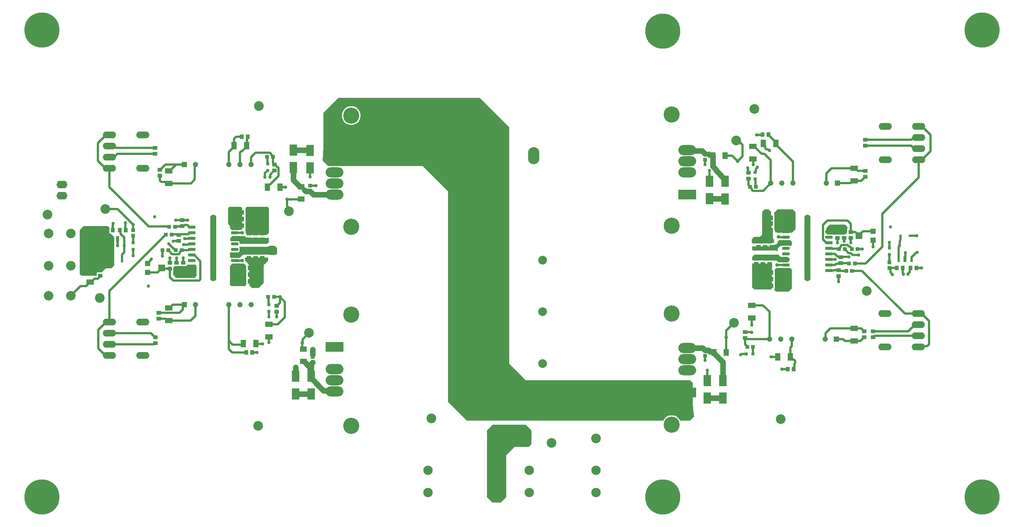
<source format=gtl>
G04*
G04 #@! TF.GenerationSoftware,Altium Limited,Altium Designer,21.1.1 (26)*
G04*
G04 Layer_Physical_Order=1*
G04 Layer_Color=255*
%FSLAX25Y25*%
%MOIN*%
G70*
G04*
G04 #@! TF.SameCoordinates,3677F01D-BDC3-49B7-9324-C1A4C2B8551F*
G04*
G04*
G04 #@! TF.FilePolarity,Positive*
G04*
G01*
G75*
%ADD21R,0.03937X0.03543*%
%ADD22R,0.03740X0.03347*%
%ADD23R,0.03347X0.03740*%
%ADD24R,0.03543X0.03937*%
G04:AMPARAMS|DCode=25|XSize=23.62mil|YSize=64.96mil|CornerRadius=2.01mil|HoleSize=0mil|Usage=FLASHONLY|Rotation=270.000|XOffset=0mil|YOffset=0mil|HoleType=Round|Shape=RoundedRectangle|*
%AMROUNDEDRECTD25*
21,1,0.02362,0.06095,0,0,270.0*
21,1,0.01961,0.06496,0,0,270.0*
1,1,0.00402,-0.03047,-0.00980*
1,1,0.00402,-0.03047,0.00980*
1,1,0.00402,0.03047,0.00980*
1,1,0.00402,0.03047,-0.00980*
%
%ADD25ROUNDEDRECTD25*%
%ADD26R,0.06693X0.09843*%
%ADD27R,0.07087X0.05118*%
%ADD28R,0.05118X0.07087*%
%ADD29R,0.03150X0.03150*%
%ADD30R,0.02244X0.05512*%
%ADD31R,0.04724X0.04724*%
%ADD32R,0.05906X0.06299*%
%ADD33R,0.03150X0.03150*%
%ADD34R,0.01968X0.01968*%
%ADD35R,0.06496X0.04724*%
%ADD36R,0.04724X0.06496*%
%ADD46R,0.02559X0.05512*%
%ADD55R,0.15984X0.09016*%
%ADD56O,0.15984X0.09016*%
%ADD63C,0.07874*%
%ADD71C,0.02000*%
%ADD72C,0.05000*%
%ADD73O,0.12000X0.06000*%
%ADD74C,0.08700*%
%ADD75C,0.31496*%
%ADD76C,0.14512*%
%ADD77C,0.08563*%
%ADD78C,0.07087*%
%ADD79O,0.10236X0.15354*%
%ADD80C,0.04842*%
%ADD81R,0.04842X0.04842*%
%ADD82C,0.08445*%
%ADD83O,0.09843X0.06890*%
%ADD84O,0.05500X0.60000*%
%ADD85C,0.03000*%
%ADD86C,0.03200*%
G36*
X200000Y287500D02*
Y268500D01*
X199209Y267709D01*
X198869Y267800D01*
X198131D01*
X197419Y267609D01*
X197230Y267500D01*
X191000D01*
X189000Y269500D01*
Y271500D01*
X187500Y273000D01*
Y287500D01*
X188500Y288500D01*
X199000D01*
X200000Y287500D01*
D02*
G37*
G36*
X224000D02*
Y265000D01*
X222000Y263000D01*
X205000D01*
X203000Y265000D01*
Y287500D01*
X204000Y288500D01*
X223000D01*
X224000Y287500D01*
D02*
G37*
G36*
X202832Y261564D02*
Y261528D01*
X202867D01*
X203198Y261198D01*
X204025Y260645D01*
X205000Y260451D01*
X222000D01*
X222975Y260645D01*
X223203Y260797D01*
X224000Y260000D01*
Y256500D01*
X222500Y255000D01*
X197668D01*
Y255980D01*
X197560Y256527D01*
X197250Y256990D01*
X196787Y257300D01*
X196240Y257408D01*
X190146D01*
X190000Y257380D01*
X189500Y257789D01*
Y260500D01*
X191000Y262000D01*
X202395D01*
X202832Y261564D01*
D02*
G37*
G36*
X231500Y251500D02*
Y246500D01*
X230000Y245000D01*
X224933D01*
X224476Y245306D01*
X223500Y245500D01*
X202500D01*
X201524Y245306D01*
X201067Y245000D01*
X200500D01*
X198300Y242800D01*
X198131D01*
X197419Y242609D01*
X197230Y242500D01*
X190000D01*
X189000Y243500D01*
Y247499D01*
X189500Y247766D01*
X189599Y247700D01*
X190146Y247591D01*
X196240D01*
X196787Y247700D01*
X197250Y248010D01*
X197560Y248473D01*
X197668Y249020D01*
Y250980D01*
X197560Y251527D01*
X197250Y251990D01*
X197177Y252039D01*
X197372Y252510D01*
X197668Y252451D01*
X222500D01*
X223476Y252645D01*
X224302Y253198D01*
X224605Y253500D01*
X229500D01*
X231500Y251500D01*
D02*
G37*
G36*
X203686Y235314D02*
Y230331D01*
Y224331D01*
Y218332D01*
X203686Y218332D01*
X203686D01*
X203440Y217940D01*
X202500Y217000D01*
X190500D01*
X189000Y218500D01*
Y235500D01*
X191000Y237500D01*
X199258D01*
X199631Y237400D01*
X200369D01*
X200742Y237500D01*
X201500D01*
X203686Y235314D01*
D02*
G37*
G36*
X80686Y269814D02*
Y264332D01*
X82169D01*
X85000Y261500D01*
Y235500D01*
X82500Y233000D01*
X77500D01*
X73914Y229414D01*
X69231D01*
Y226500D01*
X55500D01*
X54000Y228000D01*
Y267500D01*
X57500Y271000D01*
X79500D01*
X80686Y269814D01*
D02*
G37*
G36*
X159000Y235500D02*
Y226500D01*
X157000Y224500D01*
X140000D01*
Y225500D01*
X138000Y227500D01*
Y229871D01*
X138169D01*
Y233668D01*
X139000Y234500D01*
Y235186D01*
X150169D01*
Y235668D01*
X151000Y236500D01*
X158000D01*
X159000Y235500D01*
D02*
G37*
G36*
X223481Y242905D02*
X223500Y242892D01*
Y240000D01*
X219500Y236000D01*
Y220000D01*
X215000Y215500D01*
X209000D01*
X206224Y218276D01*
X206235Y218332D01*
Y224331D01*
Y230331D01*
Y235314D01*
X206041Y236290D01*
X205488Y237117D01*
X203302Y239302D01*
X202756Y239667D01*
X202800Y239831D01*
Y240569D01*
X202609Y241281D01*
X202500Y241470D01*
Y242892D01*
X202519Y242905D01*
X202751Y242951D01*
X223249D01*
X223481Y242905D01*
D02*
G37*
G36*
X697500Y283500D02*
Y268000D01*
X697000D01*
X694000Y265000D01*
X681000D01*
X678314Y267686D01*
Y270332D01*
Y275331D01*
Y281668D01*
X678000D01*
Y283000D01*
X681000Y286000D01*
X695000D01*
X697500Y283500D01*
D02*
G37*
G36*
X744000Y270500D02*
Y268787D01*
X743831D01*
Y265332D01*
X742000Y263500D01*
X726000D01*
X725000Y264500D01*
Y269500D01*
X728000Y272500D01*
X742000D01*
X744000Y270500D01*
D02*
G37*
G36*
X675625Y283875D02*
X675451Y283000D01*
Y281668D01*
X675645Y280693D01*
X675765Y280513D01*
Y275331D01*
Y270332D01*
Y267686D01*
X675959Y266710D01*
X676512Y265883D01*
X677000Y265395D01*
Y256500D01*
X676000Y255500D01*
X659000D01*
X658000Y256500D01*
Y259500D01*
X660000Y261500D01*
X665500D01*
X667500Y263500D01*
Y284000D01*
X669500Y286000D01*
X673500D01*
X675625Y283875D01*
D02*
G37*
G36*
X694000Y257000D02*
Y254500D01*
X692640Y253140D01*
X692401Y253300D01*
X691854Y253409D01*
X685760D01*
X685213Y253300D01*
X684765Y253000D01*
X683500D01*
X681500Y251000D01*
Y249000D01*
X681000Y248500D01*
X680500Y249000D01*
X659500D01*
X658500Y250000D01*
Y252541D01*
X659000Y252951D01*
X676000D01*
X676975Y253145D01*
X677802Y253698D01*
X678605Y254500D01*
X680000D01*
X681500Y256000D01*
Y257500D01*
X682500Y258500D01*
X692500D01*
X694000Y257000D01*
D02*
G37*
G36*
X684000Y243500D02*
X690500D01*
X691500Y242500D01*
Y239500D01*
X690500Y238500D01*
X682548D01*
X682513Y238535D01*
X681875Y238903D01*
X681495Y239005D01*
X680500Y240000D01*
X677169D01*
D01*
Y240157D01*
X659594D01*
X659384Y240199D01*
X659301D01*
X658500Y241000D01*
Y243500D01*
X660000Y245000D01*
Y245500D01*
X682000D01*
X684000Y243500D01*
D02*
G37*
G36*
X694000Y232000D02*
Y215000D01*
X691000Y212000D01*
X680000D01*
X678500Y213500D01*
Y214332D01*
D01*
X678657D01*
Y220669D01*
Y226331D01*
Y232249D01*
X678707Y232500D01*
X679000D01*
X680000Y233500D01*
X680403D01*
X680426Y233494D01*
X681163D01*
X681185Y233500D01*
X692500D01*
X694000Y232000D01*
D02*
G37*
G36*
X659343Y237608D02*
X676381D01*
X676395Y237605D01*
X676500Y237500D01*
Y233772D01*
X676302Y233475D01*
X676108Y232500D01*
Y226331D01*
Y220332D01*
Y215119D01*
X676105Y215105D01*
X674500Y213500D01*
X674000Y214000D01*
X660500D01*
X658500Y216000D01*
Y237381D01*
X658886Y237699D01*
X659343Y237608D01*
D02*
G37*
G36*
X440000Y360000D02*
Y147500D01*
X455000Y132500D01*
X602500D01*
X605000Y130000D01*
Y110000D01*
X606000Y100500D01*
X606500Y100000D01*
X602500Y96000D01*
X593703D01*
X593494Y96505D01*
X592568Y97890D01*
X591390Y99068D01*
X590005Y99993D01*
X588467Y100631D01*
X586833Y100956D01*
X585167D01*
X583533Y100631D01*
X581995Y99993D01*
X580610Y99068D01*
X579432Y97890D01*
X578507Y96505D01*
X578297Y96000D01*
X402000D01*
X385000Y113000D01*
Y302500D01*
X362500Y325000D01*
X288122D01*
X287974Y325061D01*
X286484Y325257D01*
X279516D01*
X278026Y325061D01*
X277878Y325000D01*
X277500D01*
X272500Y330000D01*
X273000Y341500D01*
Y373000D01*
X286500Y386500D01*
X413500D01*
X440000Y360000D01*
D02*
G37*
G36*
X460000Y87500D02*
Y75000D01*
X457500Y72500D01*
X445000D01*
X437500Y65000D01*
Y27500D01*
X432500Y22500D01*
X425000D01*
X420000Y27500D01*
Y80000D01*
X420500Y80500D01*
X420000Y81000D01*
Y87500D01*
X425000Y92500D01*
X455000D01*
X460000Y87500D01*
D02*
G37*
%LPC*%
G36*
X298833Y378956D02*
X297167D01*
X295533Y378631D01*
X293995Y377993D01*
X292610Y377068D01*
X291432Y375890D01*
X290507Y374505D01*
X289869Y372967D01*
X289544Y371333D01*
Y369667D01*
X289869Y368034D01*
X290507Y366495D01*
X291432Y365110D01*
X292610Y363932D01*
X293995Y363006D01*
X295533Y362369D01*
X297167Y362044D01*
X298833D01*
X300466Y362369D01*
X302005Y363006D01*
X303390Y363932D01*
X304568Y365110D01*
X305493Y366495D01*
X306131Y368034D01*
X306456Y369667D01*
Y371333D01*
X306131Y372967D01*
X305493Y374505D01*
X304568Y375890D01*
X303390Y377068D01*
X302005Y377993D01*
X300466Y378631D01*
X298833Y378956D01*
D02*
G37*
%LPD*%
D21*
X760000Y343400D02*
D03*
Y348715D02*
D03*
X736000Y226185D02*
D03*
Y231500D02*
D03*
X652000Y170500D02*
D03*
Y175815D02*
D03*
X766900Y176315D02*
D03*
Y171000D02*
D03*
X760000Y315500D02*
D03*
Y320815D02*
D03*
X655000Y313843D02*
D03*
Y319158D02*
D03*
X759000Y171185D02*
D03*
Y176500D02*
D03*
X735000Y265815D02*
D03*
Y260500D02*
D03*
X741000Y265815D02*
D03*
Y260500D02*
D03*
X664000Y252500D02*
D03*
Y257815D02*
D03*
X670000Y252500D02*
D03*
Y257815D02*
D03*
X676000Y252500D02*
D03*
Y257815D02*
D03*
X747000Y265815D02*
D03*
Y260500D02*
D03*
X738000Y237842D02*
D03*
Y243158D02*
D03*
X662000Y237185D02*
D03*
Y242500D02*
D03*
X668000Y237185D02*
D03*
Y242500D02*
D03*
X674000Y237185D02*
D03*
Y242500D02*
D03*
X122000Y165685D02*
D03*
Y171000D02*
D03*
X72400Y226443D02*
D03*
Y231757D02*
D03*
X231000Y194185D02*
D03*
Y199500D02*
D03*
X126000Y316500D02*
D03*
Y321815D02*
D03*
X229000Y321004D02*
D03*
Y326319D02*
D03*
X146000Y276500D02*
D03*
X143000Y257842D02*
D03*
X135000Y238158D02*
D03*
X141000D02*
D03*
X147000D02*
D03*
X125000Y187843D02*
D03*
Y193157D02*
D03*
X141000Y232842D02*
D03*
X147000D02*
D03*
X135000D02*
D03*
X143000Y263158D02*
D03*
X146000Y271185D02*
D03*
X218000Y242500D02*
D03*
Y247815D02*
D03*
X212000Y242500D02*
D03*
Y247815D02*
D03*
X206000Y242500D02*
D03*
Y247815D02*
D03*
Y259185D02*
D03*
Y264500D02*
D03*
X212000Y259185D02*
D03*
Y264500D02*
D03*
X218000Y259185D02*
D03*
Y264500D02*
D03*
X121800Y341415D02*
D03*
Y336100D02*
D03*
D22*
X263500Y148441D02*
D03*
Y153559D02*
D03*
X261000Y302382D02*
D03*
Y307500D02*
D03*
X781800Y238518D02*
D03*
Y233400D02*
D03*
X102000Y267618D02*
D03*
Y262500D02*
D03*
X616000Y154500D02*
D03*
Y159618D02*
D03*
Y330941D02*
D03*
Y336059D02*
D03*
D23*
X736441Y250500D02*
D03*
X741559D02*
D03*
X753118D02*
D03*
X748000D02*
D03*
Y230842D02*
D03*
X742882D02*
D03*
X750559Y237500D02*
D03*
X745441D02*
D03*
X659118Y162500D02*
D03*
X654000D02*
D03*
X661559Y306500D02*
D03*
X656441D02*
D03*
X227559Y333500D02*
D03*
X222441D02*
D03*
X128441Y249500D02*
D03*
X133559D02*
D03*
X145559D02*
D03*
X140441D02*
D03*
X131441Y263500D02*
D03*
X136559D02*
D03*
X134441Y270500D02*
D03*
X139559D02*
D03*
X228559Y207500D02*
D03*
X223441D02*
D03*
D24*
X793800Y233400D02*
D03*
X788485D02*
D03*
X800800D02*
D03*
X806115D02*
D03*
X690343Y142500D02*
D03*
X695657D02*
D03*
X667685Y353500D02*
D03*
X673000D02*
D03*
X675343Y273500D02*
D03*
X680657D02*
D03*
X675343Y278500D02*
D03*
X680657D02*
D03*
X675343Y267500D02*
D03*
X680657D02*
D03*
X681000Y217500D02*
D03*
X675685D02*
D03*
X681000Y223500D02*
D03*
X675685D02*
D03*
X681000Y229500D02*
D03*
X675685D02*
D03*
X203685Y157500D02*
D03*
X209000D02*
D03*
X199685Y351500D02*
D03*
X205000D02*
D03*
X83657Y267500D02*
D03*
X95315D02*
D03*
X78342D02*
D03*
X90000D02*
D03*
X201343Y221500D02*
D03*
X206658D02*
D03*
X201343Y227500D02*
D03*
X206658D02*
D03*
X201343Y233500D02*
D03*
X206658D02*
D03*
X205315Y271500D02*
D03*
X200000D02*
D03*
X205315Y283500D02*
D03*
X200000D02*
D03*
X205315Y277500D02*
D03*
X200000D02*
D03*
D25*
X727193Y246000D02*
D03*
X688807Y266000D02*
D03*
Y261000D02*
D03*
Y256000D02*
D03*
Y251000D02*
D03*
Y246000D02*
D03*
Y241000D02*
D03*
Y236000D02*
D03*
Y231000D02*
D03*
X727193Y266000D02*
D03*
Y261000D02*
D03*
Y256000D02*
D03*
Y251000D02*
D03*
Y241000D02*
D03*
Y236000D02*
D03*
Y231000D02*
D03*
X154807Y255000D02*
D03*
X193193Y235000D02*
D03*
Y240000D02*
D03*
Y245000D02*
D03*
Y250000D02*
D03*
Y255000D02*
D03*
Y260000D02*
D03*
Y265000D02*
D03*
Y270000D02*
D03*
X154807Y235000D02*
D03*
Y240000D02*
D03*
Y245000D02*
D03*
Y250000D02*
D03*
Y260000D02*
D03*
Y265000D02*
D03*
Y270000D02*
D03*
D26*
X262000Y120252D02*
D03*
Y136000D02*
D03*
X248000Y120252D02*
D03*
Y136000D02*
D03*
X634000Y295626D02*
D03*
Y311374D02*
D03*
X261000Y339248D02*
D03*
Y323500D02*
D03*
X246000Y339500D02*
D03*
Y323752D02*
D03*
X632000Y132248D02*
D03*
Y116500D02*
D03*
X618000Y132248D02*
D03*
Y116500D02*
D03*
X620000Y311500D02*
D03*
Y295752D02*
D03*
D27*
X750000Y179209D02*
D03*
Y167791D02*
D03*
X658000Y188500D02*
D03*
Y199917D02*
D03*
X750000Y311791D02*
D03*
Y323209D02*
D03*
X659000Y331500D02*
D03*
Y342917D02*
D03*
X224000Y171500D02*
D03*
Y182917D02*
D03*
X134000Y320917D02*
D03*
Y309500D02*
D03*
X63250Y232209D02*
D03*
Y220791D02*
D03*
X134000Y186083D02*
D03*
Y197500D02*
D03*
D28*
X692709Y153500D02*
D03*
X681291D02*
D03*
X679709Y345500D02*
D03*
X668291D02*
D03*
X212417Y165500D02*
D03*
X201000D02*
D03*
X204000Y343500D02*
D03*
X192583D02*
D03*
X222583Y306000D02*
D03*
X234000D02*
D03*
D29*
X653094Y156000D02*
D03*
X659000D02*
D03*
D30*
X789894Y241593D02*
D03*
X801705D02*
D03*
X82095Y259307D02*
D03*
X93906D02*
D03*
D31*
X767000Y266500D02*
D03*
Y258626D02*
D03*
X114913Y237437D02*
D03*
Y229563D02*
D03*
D32*
X754205Y262563D02*
D03*
X127709Y233500D02*
D03*
D33*
X781800Y251306D02*
D03*
Y245400D02*
D03*
X661000Y319406D02*
D03*
Y313500D02*
D03*
X224000Y200453D02*
D03*
Y194547D02*
D03*
X223000Y327102D02*
D03*
Y321197D02*
D03*
X102000Y256059D02*
D03*
Y250153D02*
D03*
D34*
X791666Y262400D02*
D03*
X799934D02*
D03*
X83866Y239500D02*
D03*
X92134D02*
D03*
D35*
X253000Y306500D02*
D03*
Y295476D02*
D03*
X255000Y160524D02*
D03*
Y149500D02*
D03*
D36*
X634024Y334500D02*
D03*
X623000D02*
D03*
X635000Y157500D02*
D03*
X623976D02*
D03*
D46*
X795800Y241593D02*
D03*
X88000Y259307D02*
D03*
D55*
X600000Y299500D02*
D03*
Y121500D02*
D03*
X283000Y339500D02*
D03*
Y162500D02*
D03*
D56*
X600000Y329500D02*
D03*
Y339500D02*
D03*
Y319500D02*
D03*
Y151500D02*
D03*
Y161500D02*
D03*
Y141500D02*
D03*
X283000Y319500D02*
D03*
Y299500D02*
D03*
Y309500D02*
D03*
Y142500D02*
D03*
Y122500D02*
D03*
Y132500D02*
D03*
D63*
X410945Y240500D02*
D03*
X470000D02*
D03*
X410945Y147500D02*
D03*
X470000D02*
D03*
X410945Y194000D02*
D03*
X470000D02*
D03*
D71*
X80800Y306000D02*
Y323200D01*
Y306000D02*
X116100Y270700D01*
X134044D01*
X77000Y286500D02*
X88000D01*
X95157Y267657D02*
X95315Y267500D01*
X95000Y274000D02*
X95157Y273843D01*
X102000Y267618D02*
Y272500D01*
X95157Y267657D02*
Y273843D01*
X88000Y286500D02*
X102000Y272500D01*
X83657Y272887D02*
X84000Y273229D01*
X83657Y267500D02*
Y272887D01*
X84000Y273229D02*
Y273500D01*
X134044Y270700D02*
X134441Y270303D01*
Y270500D01*
X77072Y323200D02*
X80800D01*
X67189Y223746D02*
X70260D01*
X71431Y224918D01*
Y225671D02*
X72261Y226500D01*
X71431Y224918D02*
Y225671D01*
X72261Y226500D02*
X73053D01*
X766900Y176315D02*
X798641D01*
X804700Y182374D01*
X807700D01*
X768471Y172374D02*
X807700D01*
X767097Y171000D02*
X768471Y172374D01*
X766900Y171000D02*
X767097D01*
X808465Y163139D02*
X815539D01*
X817200Y164800D01*
X807700Y162374D02*
X808465Y163139D01*
X817200Y164800D02*
Y185874D01*
X807700Y192374D02*
X810700D01*
X817200Y185874D01*
X748000Y230842D02*
X757158D01*
X795626Y192374D01*
X807700D01*
X807900Y314700D02*
Y330774D01*
X775400Y282200D02*
X807900Y314700D01*
X775400Y252500D02*
Y282200D01*
X760400Y237500D02*
X775400Y252500D01*
X750559Y237500D02*
X760400D01*
X790991Y253591D02*
Y257862D01*
X795800Y241593D02*
X795850Y241643D01*
Y247150D02*
X795900Y247200D01*
X790991Y257862D02*
X791666Y258537D01*
X795850Y241643D02*
Y247150D01*
X790800Y253400D02*
X790991Y253591D01*
X781800Y251306D02*
Y256400D01*
X791666Y258537D02*
Y262400D01*
X766950Y258576D02*
X767000Y258626D01*
X766950Y252450D02*
Y258576D01*
X766900Y252400D02*
X766950Y252450D01*
X801758Y348715D02*
X803818Y350774D01*
X807900D01*
X760000Y348715D02*
X801758D01*
X803818Y340774D02*
X807900D01*
X760000Y343400D02*
X801192D01*
X803818Y340774D01*
X807900Y330774D02*
X810900D01*
X818700Y338574D01*
Y352974D01*
X810900Y360774D02*
X818700Y352974D01*
X807900Y360774D02*
X810900D01*
X806115Y233400D02*
X810800D01*
X781997D02*
X788485D01*
X800028Y232628D02*
X800800Y233400D01*
X798300Y227900D02*
Y228171D01*
X800028Y229899D01*
X799934Y262400D02*
X806300D01*
X789894Y241593D02*
Y252224D01*
X781800Y238518D02*
Y245400D01*
X801705Y243227D02*
X805687Y247209D01*
X782670Y229300D02*
X784300Y227671D01*
X782670Y229300D02*
Y232727D01*
X805687Y247209D02*
X806609D01*
X800028Y229899D02*
Y232628D01*
X793800Y228671D02*
X794300Y228171D01*
X793800Y228671D02*
Y233400D01*
X794300Y227900D02*
Y228171D01*
X784300Y227400D02*
Y227671D01*
X781800Y233400D02*
X781997D01*
X782670Y232727D01*
X806609Y247209D02*
X806800Y247400D01*
X801705Y241593D02*
Y243227D01*
X120918Y164800D02*
X121803Y165685D01*
X80800Y164800D02*
X120918D01*
X121803Y165685D02*
X122000D01*
X121803Y171000D02*
X122000D01*
X80800Y174800D02*
X118003D01*
X121803Y171000D01*
X84882Y333200D02*
X87782Y336100D01*
X80800Y333200D02*
X84882D01*
X87782Y336100D02*
X121800D01*
X80800Y343200D02*
X84882D01*
X86667Y341415D02*
X121800D01*
X84882Y343200D02*
X86667Y341415D01*
X70400Y329872D02*
X77072Y323200D01*
X70400Y329872D02*
Y345800D01*
X77800Y353200D01*
X80800D01*
X70700Y161172D02*
Y177700D01*
X77072Y154800D02*
X80800D01*
X70700Y161172D02*
X77072Y154800D01*
X70700Y177700D02*
X77800Y184800D01*
X80800D01*
Y212662D01*
X203485Y157300D02*
X203685Y157500D01*
X191000Y157300D02*
X203485D01*
X188000Y160300D02*
Y168000D01*
Y160300D02*
X191000Y157300D01*
X224000Y182917D02*
X232117D01*
X233900Y207300D02*
X238300Y202900D01*
Y189100D02*
Y202900D01*
X232117Y182917D02*
X238300Y189100D01*
X231000Y199500D02*
X231197D01*
X233900Y202203D01*
Y207300D01*
X228656Y207400D02*
X233800D01*
X233900Y207300D01*
X228559Y207303D02*
X228656Y207400D01*
X125000Y193157D02*
X141957D01*
X146579Y196122D02*
Y198921D01*
X143678Y193222D02*
X146579Y196122D01*
Y198921D02*
X148000Y200342D01*
X141957Y193157D02*
X142022Y193222D01*
X143678D01*
X140567Y326500D02*
X148000D01*
X130882D02*
X140567D01*
X126000Y321815D02*
X126197D01*
X130882Y326500D01*
X154657Y259850D02*
X154807Y260000D01*
X148400Y259700D02*
X148550Y259850D01*
X154657D01*
X152740Y255000D02*
X154807D01*
X152190Y254819D02*
X152559D01*
X147691Y254591D02*
X151962D01*
X147500Y254400D02*
X147691Y254591D01*
X152559Y254819D02*
X152740Y255000D01*
X151962Y254591D02*
X152190Y254819D01*
X193193Y265000D02*
X200100D01*
X193193Y240000D02*
X193293Y240100D01*
X199900D02*
X200000Y240200D01*
X193293Y240100D02*
X199900D01*
X134000Y255000D02*
X135843Y253157D01*
X135973D02*
X137020Y252110D01*
X139768Y250370D02*
X140441Y249697D01*
X134000Y255000D02*
X134000D01*
X137020Y251980D02*
Y252110D01*
Y251980D02*
X138630Y250370D01*
X139768D01*
X135843Y253157D02*
X135973D01*
X140441Y249500D02*
Y249697D01*
X661279Y306780D02*
Y313221D01*
Y306780D02*
X661559Y306500D01*
X661000Y313500D02*
X661279Y313221D01*
X656441Y306303D02*
X658098Y304646D01*
Y303890D02*
X659145Y302842D01*
X668185D02*
X675000Y309658D01*
X658098Y303890D02*
Y304646D01*
X659145Y302842D02*
X668185D01*
X656441Y306303D02*
Y306500D01*
X240718Y284724D02*
Y288704D01*
X240400Y289022D02*
Y294900D01*
Y289022D02*
X240718Y288704D01*
X240400Y284406D02*
X240718Y284724D01*
X240400Y294900D02*
X240730Y295230D01*
X748729Y245000D02*
X754000D01*
X746942Y246787D02*
X748729Y245000D01*
X745329Y243329D02*
X745500Y243500D01*
X745075Y246787D02*
X746942D01*
X738171Y243329D02*
X745329D01*
X741559Y250303D02*
X745075Y246787D01*
X738000Y243158D02*
X738171Y243329D01*
X635000Y171000D02*
Y177000D01*
X642000Y184000D01*
X649813Y333813D02*
Y344000D01*
X645500Y329500D02*
X649813Y333813D01*
X644000Y348000D02*
X645813D01*
X649813Y344000D01*
X254230Y169230D02*
X260000Y175000D01*
X254230Y166230D02*
Y169230D01*
X254000Y166000D02*
X254230Y166230D01*
X681500Y236000D02*
X688807D01*
X681024Y236065D02*
X681435D01*
X680794Y236294D02*
X681024Y236065D01*
X681435D02*
X681500Y236000D01*
X188000Y168000D02*
Y200342D01*
X191500Y164500D02*
X200000D01*
X188000Y168000D02*
X191500Y164500D01*
X200000D02*
X201000Y165500D01*
Y164516D02*
Y165500D01*
X203047Y158138D02*
X203685Y157500D01*
X661575Y322304D02*
X663000Y323729D01*
Y324000D01*
X661000Y319406D02*
X661575Y319980D01*
Y322304D01*
X724421Y174921D02*
X728709Y179209D01*
X724421Y169921D02*
Y174921D01*
X728709Y179209D02*
X750000D01*
X724000Y169500D02*
X724421Y169921D01*
X736441Y250500D02*
Y250697D01*
X738098Y252354D02*
Y253110D01*
X739146Y254157D01*
X741000Y257445D02*
Y260500D01*
X736441Y250697D02*
X738098Y252354D01*
X739146Y254157D02*
X743973D01*
X745417Y252713D01*
X745984D02*
X748000Y250697D01*
X745417Y252713D02*
X745984D01*
X748000Y250500D02*
Y250697D01*
X741559Y250303D02*
Y250500D01*
X727374Y250819D02*
X736122D01*
X736441Y250500D01*
X727193Y251000D02*
X727374Y250819D01*
X727193Y241000D02*
X733000D01*
X745270Y237671D02*
X745441Y237500D01*
X736171Y237671D02*
X745270D01*
X732803Y246000D02*
X734874Y243929D01*
X735228D01*
X727193Y246000D02*
X732803D01*
X735228Y243929D02*
X736000Y243158D01*
Y237842D02*
X736171Y237671D01*
X722157Y258968D02*
Y272158D01*
X726000Y276000D02*
X744000D01*
X722157Y272158D02*
X726000Y276000D01*
X725126Y256000D02*
X727193D01*
X722157Y258968D02*
X725126Y256000D01*
X744000Y276000D02*
X747000Y273000D01*
Y265815D02*
Y273000D01*
X751150Y265815D02*
X754205Y262760D01*
Y262563D02*
Y262760D01*
X747000Y265815D02*
X751150D01*
X757945Y266500D02*
X767000D01*
X754205Y262760D02*
X757945Y266500D01*
X738534Y230940D02*
X738632Y230842D01*
X742882D01*
X736000Y231500D02*
X736560Y230940D01*
X738534D01*
X731500Y231000D02*
X732000Y231500D01*
X736000D01*
X727193Y231000D02*
X731500D01*
X727193Y236000D02*
X732537D01*
X733608Y237071D02*
X735228D01*
X736000Y237842D01*
X732537Y236000D02*
X733608Y237071D01*
X736000Y221000D02*
Y226185D01*
X753118Y250500D02*
X757500D01*
X747000Y256000D02*
Y260500D01*
X735000Y256000D02*
Y260500D01*
X635000Y157500D02*
Y171000D01*
X618000Y132248D02*
Y141500D01*
X616000Y150500D02*
Y154500D01*
X658000Y182000D02*
Y188500D01*
X657842Y175657D02*
X658000Y175500D01*
X652000Y175815D02*
X652157Y175657D01*
X657842D01*
X648271Y155500D02*
X648771Y156000D01*
X648000Y155500D02*
X648271D01*
X648771Y156000D02*
X653094D01*
X685000Y142500D02*
X690343D01*
X675500Y153500D02*
X681291D01*
X659000Y156000D02*
X659059Y156059D01*
Y162441D02*
X659118Y162500D01*
X659059Y156059D02*
Y162441D01*
X652000Y164697D02*
X654000Y162697D01*
Y162500D02*
Y162697D01*
X652000Y164697D02*
Y170500D01*
X652197D01*
X653197Y169500D02*
X674000D01*
X652197Y170500D02*
X653197Y169500D01*
X658000Y199917D02*
X668083D01*
X674000Y194000D01*
Y169500D02*
Y194000D01*
X696429Y143272D02*
Y147394D01*
X695828Y151000D02*
X696932Y149896D01*
X694268Y151000D02*
X695828D01*
X695657Y142500D02*
X696429Y143272D01*
Y147394D02*
X696932Y147896D01*
Y149896D01*
X692709Y152559D02*
X694268Y151000D01*
X692709Y152559D02*
Y153500D01*
Y161741D02*
X694000Y163033D01*
X692709Y153500D02*
Y161741D01*
X694000Y163033D02*
Y169500D01*
X634024Y334500D02*
X640500D01*
X645500Y329500D01*
X682000Y261500D02*
X682500Y261000D01*
X688807D01*
X620000Y311500D02*
Y321000D01*
X616000Y326500D02*
Y330941D01*
X662500Y353000D02*
X662691Y353191D01*
X667376D02*
X667685Y353500D01*
X662691Y353191D02*
X667376D01*
X673729Y339000D02*
X674000D01*
X672729Y340000D02*
X673729Y339000D01*
X669850Y341172D02*
X671022Y340000D01*
X669850Y341172D02*
Y343941D01*
X671022Y340000D02*
X672729D01*
X668291Y345500D02*
X669850Y343941D01*
X654500Y323500D02*
X654691Y323309D01*
Y319466D02*
X655000Y319158D01*
X654691Y319466D02*
Y323309D01*
X659500Y326500D02*
Y331000D01*
X659000Y331500D02*
X659500Y331000D01*
X669500Y336000D02*
X675000Y330500D01*
Y309658D02*
Y330500D01*
X666902Y336000D02*
X669500D01*
X659000Y342917D02*
X659984D01*
X666902Y336000D01*
X673772Y352421D02*
X679709Y346484D01*
X673772Y352421D02*
Y352728D01*
X679709Y345500D02*
Y346484D01*
X673000Y353500D02*
X673772Y352728D01*
X679709Y344516D02*
X695000Y329224D01*
Y309658D02*
Y329224D01*
X679709Y344516D02*
Y345500D01*
X656441Y306500D02*
Y306697D01*
X655000Y308138D02*
Y313843D01*
Y308138D02*
X656441Y306697D01*
X254000Y161524D02*
Y166000D01*
Y161524D02*
X255000Y160524D01*
X261000Y315500D02*
Y323500D01*
X209000Y157500D02*
X213500D01*
X224000Y166500D02*
Y171500D01*
X231000Y189500D02*
Y194185D01*
X212667Y165250D02*
X218209D01*
X212417Y165500D02*
X212667Y165250D01*
X224000Y189500D02*
Y194547D01*
X223721Y200732D02*
Y207221D01*
Y200732D02*
X224000Y200453D01*
X223441Y207500D02*
X223721Y207221D01*
X234000Y306000D02*
X239000D01*
X261000Y307500D02*
X266500D01*
X225191Y317392D02*
X228803Y321004D01*
X225191Y315191D02*
Y317392D01*
X225000Y315000D02*
X225191Y315191D01*
X228803Y321004D02*
X229000D01*
X220500Y315000D02*
Y318697D01*
X223000Y321197D01*
X225126Y308543D02*
X232756Y316173D01*
Y323516D01*
X228803Y326319D02*
X229000D01*
X229197D01*
X231709Y324563D02*
X232756Y323516D01*
X230953Y324563D02*
X231709D01*
X229197Y326319D02*
X230953Y324563D01*
X224142Y308543D02*
X225126D01*
X222583Y306984D02*
X224142Y308543D01*
X222583Y306000D02*
Y306984D01*
X208000Y326500D02*
Y333000D01*
X212000Y337000D01*
X215000D01*
X215158Y337158D02*
X224854D01*
X215000Y337000D02*
X215158Y337158D01*
X225902Y335354D02*
X227559Y333697D01*
X225902Y335354D02*
Y336110D01*
X224854Y337158D02*
X225902Y336110D01*
X227559Y333500D02*
Y333697D01*
Y327563D02*
Y333500D01*
Y327563D02*
X228803Y326319D01*
X240730Y295230D02*
X252753D01*
X253000Y295476D01*
X198000Y326500D02*
Y337328D01*
X198672Y338000D01*
X199484D01*
X204000Y342516D01*
Y343500D01*
X204500Y344000D01*
Y351000D02*
X205000Y351500D01*
X204500Y344000D02*
Y351000D01*
X194500Y351500D02*
X199685D01*
X192583Y349583D02*
X194500Y351500D01*
X192583Y343500D02*
Y349583D01*
X188000Y337933D02*
X192583Y342516D01*
X188000Y326500D02*
Y337933D01*
X192583Y342516D02*
Y343500D01*
X253886Y306500D02*
X255946Y304439D01*
X253000Y306500D02*
X253886D01*
X255946Y303554D02*
Y304439D01*
X252114Y306500D02*
X253000D01*
X222721Y327382D02*
X223000Y327102D01*
X222721Y327382D02*
Y333221D01*
X222441Y333500D02*
X222721Y333221D01*
X80800Y212662D02*
X131441Y263303D01*
X118117Y241129D02*
X118309Y241320D01*
X118117Y240641D02*
Y241129D01*
X114913Y237437D02*
X118117Y240641D01*
X131441Y263303D02*
Y263500D01*
X134984Y197500D02*
X137827Y200342D01*
X138000Y222000D02*
X161328D01*
X162500Y223172D02*
Y239374D01*
X135000Y225000D02*
Y232842D01*
X137003Y222997D02*
X138000Y222000D01*
X135000Y225000D02*
X137003Y222997D01*
X137827Y200342D02*
X148000D01*
X161328Y222000D02*
X162500Y223172D01*
X134000Y197500D02*
X134984D01*
X102000Y256059D02*
Y262500D01*
X92134Y245432D02*
X94000Y247298D01*
X92134Y239500D02*
Y245432D01*
X94000Y247298D02*
Y253500D01*
X133559Y249303D02*
Y249500D01*
Y249303D02*
X137020Y245843D01*
X142854D01*
X143902Y246890D01*
Y247646D01*
X145559Y249303D01*
Y249500D01*
X90772Y264075D02*
Y266728D01*
Y264075D02*
X93906Y260941D01*
X90000Y267500D02*
X90772Y266728D01*
X93906Y259307D02*
Y260941D01*
X93953Y253547D02*
Y259260D01*
X93906Y259307D02*
X93953Y259260D01*
Y253547D02*
X94000Y253500D01*
X135000Y238158D02*
Y242500D01*
X114913Y229563D02*
X123969D01*
X127709Y233303D01*
Y233500D01*
X128366Y232842D01*
X135000D01*
X156874Y245000D02*
X162500Y239374D01*
X154807Y245000D02*
X156874D01*
X152240Y249500D02*
X152740Y250000D01*
X154807D01*
X145559Y249500D02*
X152240D01*
X136716Y263657D02*
X145843D01*
X136559Y263500D02*
X136716Y263657D01*
X146000Y263815D02*
X151555D01*
X152740Y265000D01*
X154807D01*
X145843Y263657D02*
X146000Y263815D01*
X140020Y270630D02*
X140232Y270843D01*
X140020Y270506D02*
Y270630D01*
X145658Y270843D02*
X146000Y271185D01*
X140232Y270843D02*
X145658D01*
X146772Y271957D02*
X148457D01*
X148500Y272000D01*
X146000Y271185D02*
X146772Y271957D01*
X150740Y272000D02*
X152740Y270000D01*
X148500Y272000D02*
X150740D01*
X152740Y270000D02*
X154807D01*
X146000Y276500D02*
X151000D01*
X140500D02*
X146000D01*
X138771Y257842D02*
X143000D01*
X138271Y257343D02*
X138771Y257842D01*
X138000Y257343D02*
X138271D01*
X147000Y238158D02*
Y242500D01*
X141000Y238158D02*
Y242500D01*
X128441Y249500D02*
X128471Y249470D01*
Y244029D02*
Y249470D01*
Y244029D02*
X128500Y244000D01*
X102000Y244500D02*
Y250153D01*
X64234Y220791D02*
X67189Y223746D01*
X63250Y220791D02*
X64234D01*
X157500Y326000D02*
X158000Y326500D01*
X157500Y313000D02*
Y326000D01*
X154000Y309500D02*
X157500Y313000D01*
X134000Y309500D02*
X154000D01*
X126000Y312172D02*
X127457Y310715D01*
X126000Y312172D02*
Y316500D01*
X132785Y310715D02*
X134000Y309500D01*
X127457Y310715D02*
X132785D01*
X134984Y320917D02*
X140567Y326500D01*
X134000Y320917D02*
X134984D01*
X126000Y321815D02*
X126449Y321366D01*
X46000Y208500D02*
X54732Y217232D01*
X59691D01*
X63250Y220791D01*
X88000Y253500D02*
Y259307D01*
X158000Y190500D02*
Y200342D01*
X134000Y186083D02*
X153583D01*
X158000Y190500D01*
X131256Y187843D02*
X133016Y186083D01*
X134000D01*
X125000Y187843D02*
X131256D01*
X132441Y195941D02*
X134000Y197500D01*
X756291Y179209D02*
X758032Y177469D01*
X750000Y179209D02*
X756291D01*
X758032Y177272D02*
Y177469D01*
Y177272D02*
X758803Y176500D01*
X759000D01*
X750000Y167791D02*
X755606D01*
X758032Y170217D01*
Y170413D01*
X758803Y171185D01*
X759000D01*
X741583Y167791D02*
X750000D01*
X734000Y169500D02*
X739874D01*
X741583Y167791D01*
X725000Y309658D02*
Y318500D01*
X729709Y323209D01*
X750000D01*
X753378Y320815D02*
X760000D01*
X750984Y323209D02*
X753378Y320815D01*
X750000Y323209D02*
X750984D01*
X759803Y315500D02*
X760000D01*
X750000Y311791D02*
X756291D01*
X759031Y314531D01*
Y314728D01*
X759803Y315500D01*
X746882Y309658D02*
X749016Y311791D01*
X735000Y309658D02*
X746882D01*
X749016Y311791D02*
X750000D01*
D72*
X263500Y155500D02*
Y160000D01*
X618000Y116500D02*
X632000D01*
Y132248D02*
Y148866D01*
X623976Y156890D02*
Y157500D01*
Y156890D02*
X632000Y148866D01*
X616157Y159461D02*
X619232D01*
X616000Y159618D02*
X616157Y159461D01*
X619232D02*
X620444Y158248D01*
X614118Y161500D02*
X616000Y159618D01*
X600000Y161500D02*
X614118D01*
X613327Y338732D02*
X616000Y336059D01*
X600768Y338732D02*
X613327D01*
X600000Y339500D02*
X600768Y338732D01*
X619885Y335248D02*
X622862D01*
X619232Y335902D02*
X619885Y335248D01*
X623000Y334500D02*
Y335110D01*
X622862Y335248D02*
X623000Y335110D01*
Y324770D02*
Y334500D01*
Y324770D02*
X625949Y321822D01*
Y321000D02*
Y321822D01*
X634000Y311374D02*
Y312949D01*
X625949Y321000D02*
X634000Y312949D01*
X620063Y295689D02*
X633937D01*
X620000Y295752D02*
X620063Y295689D01*
X633937D02*
X634000Y295626D01*
X246126Y339374D02*
X260874D01*
X246000Y339500D02*
X246126Y339374D01*
X260874D02*
X261000Y339248D01*
X255946Y303554D02*
X257118Y302382D01*
X261000D01*
X248000Y136000D02*
Y144000D01*
X255610Y149500D02*
X261154Y143957D01*
Y136846D02*
Y143957D01*
X255000Y149500D02*
X255610D01*
X261154Y136846D02*
X262000Y136000D01*
Y146941D01*
X263500Y148441D01*
X282232Y123268D02*
X283000Y122500D01*
X262000Y134425D02*
Y136000D01*
Y134425D02*
X273157Y123268D01*
X282232D01*
X248000Y120252D02*
X262000D01*
X263882Y299500D02*
X283000D01*
X261000Y302382D02*
X263882Y299500D01*
X246000Y312614D02*
X252114Y306500D01*
X246000Y312614D02*
Y323752D01*
D73*
X110800Y184800D02*
D03*
Y154800D02*
D03*
X80800D02*
D03*
Y164800D02*
D03*
Y174800D02*
D03*
Y184800D02*
D03*
Y353200D02*
D03*
Y343200D02*
D03*
Y333200D02*
D03*
Y323200D02*
D03*
X110800D02*
D03*
Y353200D02*
D03*
X777900Y330774D02*
D03*
Y360774D02*
D03*
X807900D02*
D03*
Y350774D02*
D03*
Y340774D02*
D03*
Y330774D02*
D03*
X777700Y162374D02*
D03*
Y192374D02*
D03*
X807700D02*
D03*
Y182374D02*
D03*
Y172374D02*
D03*
Y162374D02*
D03*
D74*
X518000Y80000D02*
D03*
X394000Y118000D02*
D03*
X370000Y98000D02*
D03*
X478000Y76000D02*
D03*
X642000Y184000D02*
D03*
X644000Y348000D02*
D03*
X242000Y284500D02*
D03*
X260000Y175000D02*
D03*
X25000Y281500D02*
D03*
X761500Y212800D02*
D03*
X72000Y206500D02*
D03*
X77000Y286500D02*
D03*
X215000Y379000D02*
D03*
X684000Y97500D02*
D03*
X214500Y91500D02*
D03*
X660500Y376500D02*
D03*
D75*
X865000Y447500D02*
D03*
X578000Y27500D02*
D03*
Y446500D02*
D03*
X865000Y27500D02*
D03*
X20000Y447500D02*
D03*
Y27500D02*
D03*
D76*
X298000Y91500D02*
D03*
Y191500D02*
D03*
Y270500D02*
D03*
Y370500D02*
D03*
X586000Y271500D02*
D03*
Y371500D02*
D03*
Y192500D02*
D03*
Y92500D02*
D03*
D77*
X26000Y208500D02*
D03*
X46000D02*
D03*
X26000Y235500D02*
D03*
X46000D02*
D03*
X26000Y264500D02*
D03*
X46000D02*
D03*
D78*
X450000Y84500D02*
D03*
X430000D02*
D03*
Y114500D02*
D03*
X450000D02*
D03*
D79*
X462000Y334500D02*
D03*
X422630D02*
D03*
D80*
X695000Y309658D02*
D03*
X675000D02*
D03*
X685000D02*
D03*
X725000D02*
D03*
X694000Y169500D02*
D03*
X674000D02*
D03*
X684000D02*
D03*
X724000D02*
D03*
X158000Y326500D02*
D03*
Y200342D02*
D03*
X198000Y326500D02*
D03*
X208000D02*
D03*
X188000D02*
D03*
X198000Y200342D02*
D03*
X208000D02*
D03*
X188000D02*
D03*
D81*
X735000Y309658D02*
D03*
X734000Y169500D02*
D03*
X148000Y326500D02*
D03*
Y200342D02*
D03*
D82*
X518000Y51500D02*
D03*
Y31500D02*
D03*
X367000Y51500D02*
D03*
Y31500D02*
D03*
X458000Y51500D02*
D03*
Y31500D02*
D03*
X430000Y51500D02*
D03*
Y31500D02*
D03*
D83*
X38000Y298500D02*
D03*
Y308500D02*
D03*
D84*
X708000Y251500D02*
D03*
X174000D02*
D03*
D85*
X95000Y274000D02*
D03*
X102000Y272500D02*
D03*
X84000Y273500D02*
D03*
X121300Y279400D02*
D03*
X63400Y238500D02*
D03*
X782600Y270500D02*
D03*
X795900Y247200D02*
D03*
X766900Y252400D02*
D03*
X790800Y253400D02*
D03*
X781800Y256400D02*
D03*
X115700Y217200D02*
D03*
X148400Y259700D02*
D03*
X147500Y254400D02*
D03*
X263500Y160000D02*
D03*
X213000Y220000D02*
D03*
Y225000D02*
D03*
Y230000D02*
D03*
Y235500D02*
D03*
X754000Y245000D02*
D03*
X745500Y243500D02*
D03*
X193000Y221500D02*
D03*
Y227500D02*
D03*
X663000Y324000D02*
D03*
X784300Y227400D02*
D03*
X741000Y257445D02*
D03*
X733000Y241000D02*
D03*
X738000Y270500D02*
D03*
X733000D02*
D03*
X757500Y250500D02*
D03*
X736000Y221000D02*
D03*
X747000Y256000D02*
D03*
X735000D02*
D03*
X661500Y217000D02*
D03*
Y222500D02*
D03*
Y227500D02*
D03*
X687000Y228000D02*
D03*
Y218000D02*
D03*
Y223500D02*
D03*
X681000Y242500D02*
D03*
X658000Y182000D02*
D03*
X618000Y141500D02*
D03*
X616000Y150500D02*
D03*
X685000Y142500D02*
D03*
X675500Y153500D02*
D03*
X648000Y155500D02*
D03*
X658000Y175500D02*
D03*
X670000Y262500D02*
D03*
Y268000D02*
D03*
X620000Y321000D02*
D03*
X692500Y282000D02*
D03*
Y277000D02*
D03*
X683000Y255500D02*
D03*
X670000Y273500D02*
D03*
Y278000D02*
D03*
X692500Y272000D02*
D03*
X616000Y326500D02*
D03*
X654500Y323500D02*
D03*
X659500Y326500D02*
D03*
X674000Y339000D02*
D03*
X662500Y353000D02*
D03*
X248000Y144000D02*
D03*
X225000Y249500D02*
D03*
X193000Y233500D02*
D03*
X224000Y166500D02*
D03*
Y189500D02*
D03*
X231000D02*
D03*
X218209Y165250D02*
D03*
X213500Y157500D02*
D03*
X266500Y307500D02*
D03*
X261000Y315500D02*
D03*
X239000Y306000D02*
D03*
X225000Y315000D02*
D03*
X220500D02*
D03*
X195000Y271500D02*
D03*
Y277500D02*
D03*
Y283500D02*
D03*
X218000Y271500D02*
D03*
X210000D02*
D03*
Y277500D02*
D03*
X209500Y283500D02*
D03*
X118309Y241320D02*
D03*
X147000Y227500D02*
D03*
X141000D02*
D03*
X134000Y255000D02*
D03*
X155000Y227500D02*
D03*
X94000Y253500D02*
D03*
X135000Y242500D02*
D03*
X102000Y244500D02*
D03*
X140500Y276500D02*
D03*
X151000D02*
D03*
X138000Y257343D02*
D03*
X147000Y242500D02*
D03*
X141000D02*
D03*
X128500Y244000D02*
D03*
X88000Y253500D02*
D03*
X798300Y227900D02*
D03*
X794300D02*
D03*
X810800Y233400D02*
D03*
X806800Y247400D02*
D03*
X806300Y262400D02*
D03*
X78000Y239500D02*
D03*
X77000Y253000D02*
D03*
X72700Y237100D02*
D03*
X71500Y267000D02*
D03*
D86*
X233900Y207300D02*
D03*
X200100Y265000D02*
D03*
X200000Y240200D02*
D03*
X200500Y258500D02*
D03*
X680794Y236294D02*
D03*
X635000Y171000D02*
D03*
X645500Y329500D02*
D03*
X682000Y261500D02*
D03*
X254000Y166000D02*
D03*
X240500Y295000D02*
D03*
M02*

</source>
